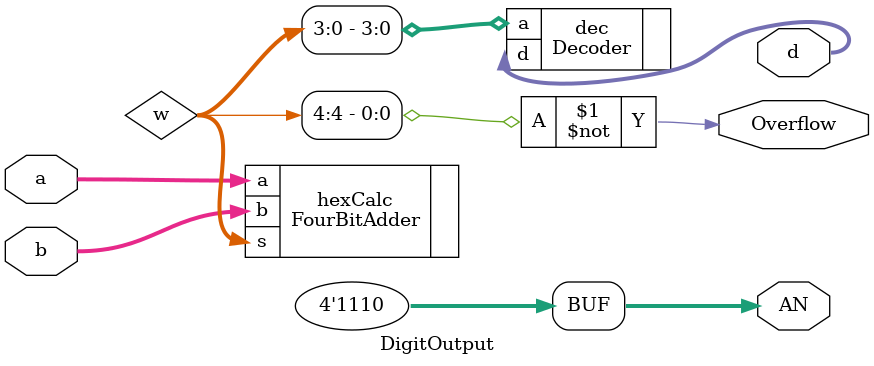
<source format=v>
module DigitOutput( input	[3:0] a,
                    input	[3:0] b,
                    output	[6:0] d,
                    output	Overflow,
                    output	[3:0] AN);
		
		wire [4:0] w;
		
		FourBitAdder hexCalc( 	.a(a),
								.b(b),
								.s(w));
		
		Decoder dec (	.a(w[3:0]),
						.d(d));
						
		assign Overflow = ~w[4];
		
		assign AN[0] = 0;	// to activate the fouth seven-segment display 
		assign AN[1] = 1;	// to deactivate the third seven-segment display 
		assign AN[2] = 1;	// to deactivate the second seven-segment display 
		assign AN[3] = 1;	// to deactivate the first seven-segment display 
endmodule
</source>
